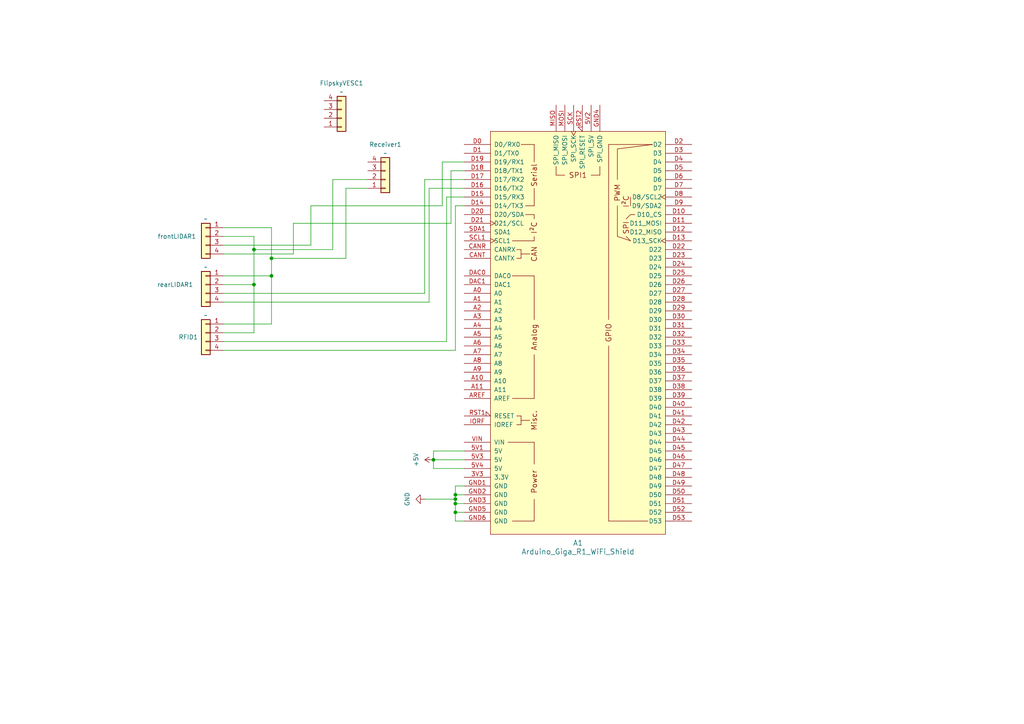
<source format=kicad_sch>
(kicad_sch
	(version 20231120)
	(generator "eeschema")
	(generator_version "8.0")
	(uuid "e1e18356-0eac-4e11-b097-a7a11476b483")
	(paper "A4")
	(lib_symbols
		(symbol "Connector_Generic:Conn_01x04"
			(pin_names
				(offset 1.016) hide)
			(exclude_from_sim no)
			(in_bom yes)
			(on_board yes)
			(property "Reference" "J"
				(at 0 5.08 0)
				(effects
					(font
						(size 1.27 1.27)
					)
				)
			)
			(property "Value" "Conn_01x04"
				(at 0 -7.62 0)
				(effects
					(font
						(size 1.27 1.27)
					)
				)
			)
			(property "Footprint" ""
				(at 0 0 0)
				(effects
					(font
						(size 1.27 1.27)
					)
					(hide yes)
				)
			)
			(property "Datasheet" "~"
				(at 0 0 0)
				(effects
					(font
						(size 1.27 1.27)
					)
					(hide yes)
				)
			)
			(property "Description" "Generic connector, single row, 01x04, script generated (kicad-library-utils/schlib/autogen/connector/)"
				(at 0 0 0)
				(effects
					(font
						(size 1.27 1.27)
					)
					(hide yes)
				)
			)
			(property "ki_keywords" "connector"
				(at 0 0 0)
				(effects
					(font
						(size 1.27 1.27)
					)
					(hide yes)
				)
			)
			(property "ki_fp_filters" "Connector*:*_1x??_*"
				(at 0 0 0)
				(effects
					(font
						(size 1.27 1.27)
					)
					(hide yes)
				)
			)
			(symbol "Conn_01x04_1_1"
				(rectangle
					(start -1.27 -4.953)
					(end 0 -5.207)
					(stroke
						(width 0.1524)
						(type default)
					)
					(fill
						(type none)
					)
				)
				(rectangle
					(start -1.27 -2.413)
					(end 0 -2.667)
					(stroke
						(width 0.1524)
						(type default)
					)
					(fill
						(type none)
					)
				)
				(rectangle
					(start -1.27 0.127)
					(end 0 -0.127)
					(stroke
						(width 0.1524)
						(type default)
					)
					(fill
						(type none)
					)
				)
				(rectangle
					(start -1.27 2.667)
					(end 0 2.413)
					(stroke
						(width 0.1524)
						(type default)
					)
					(fill
						(type none)
					)
				)
				(rectangle
					(start -1.27 3.81)
					(end 1.27 -6.35)
					(stroke
						(width 0.254)
						(type default)
					)
					(fill
						(type background)
					)
				)
				(pin passive line
					(at -5.08 2.54 0)
					(length 3.81)
					(name "Pin_1"
						(effects
							(font
								(size 1.27 1.27)
							)
						)
					)
					(number "1"
						(effects
							(font
								(size 1.27 1.27)
							)
						)
					)
				)
				(pin passive line
					(at -5.08 0 0)
					(length 3.81)
					(name "Pin_2"
						(effects
							(font
								(size 1.27 1.27)
							)
						)
					)
					(number "2"
						(effects
							(font
								(size 1.27 1.27)
							)
						)
					)
				)
				(pin passive line
					(at -5.08 -2.54 0)
					(length 3.81)
					(name "Pin_3"
						(effects
							(font
								(size 1.27 1.27)
							)
						)
					)
					(number "3"
						(effects
							(font
								(size 1.27 1.27)
							)
						)
					)
				)
				(pin passive line
					(at -5.08 -5.08 0)
					(length 3.81)
					(name "Pin_4"
						(effects
							(font
								(size 1.27 1.27)
							)
						)
					)
					(number "4"
						(effects
							(font
								(size 1.27 1.27)
							)
						)
					)
				)
			)
		)
		(symbol "arduino-library:Arduino_Giga_R1_WiFi_Shield"
			(pin_names
				(offset 1.016)
			)
			(exclude_from_sim no)
			(in_bom yes)
			(on_board yes)
			(property "Reference" "A"
				(at 0 -62.23 0)
				(effects
					(font
						(size 1.524 1.524)
					)
				)
			)
			(property "Value" "Arduino_Giga_R1_WiFi_Shield"
				(at 0 -66.04 0)
				(effects
					(font
						(size 1.524 1.524)
					)
				)
			)
			(property "Footprint" "PCM_arduino-library:Arduino_Giga_R1_WiFi_Shield"
				(at 0 -73.66 0)
				(effects
					(font
						(size 1.524 1.524)
					)
					(hide yes)
				)
			)
			(property "Datasheet" "https://docs.arduino.cc/hardware/giga-r1-wifi"
				(at 0 -69.85 0)
				(effects
					(font
						(size 1.524 1.524)
					)
					(hide yes)
				)
			)
			(property "Description" "Shield for Arduino Giga R1 WiFi"
				(at 0 0 0)
				(effects
					(font
						(size 1.27 1.27)
					)
					(hide yes)
				)
			)
			(property "ki_keywords" "Arduino MPU Shield"
				(at 0 0 0)
				(effects
					(font
						(size 1.27 1.27)
					)
					(hide yes)
				)
			)
			(property "ki_fp_filters" "Arduino_Giga_R1_WiFi_Shield"
				(at 0 0 0)
				(effects
					(font
						(size 1.27 1.27)
					)
					(hide yes)
				)
			)
			(symbol "Arduino_Giga_R1_WiFi_Shield_0_0"
				(rectangle
					(start -25.4 -58.42)
					(end 25.4 58.42)
					(stroke
						(width 0)
						(type default)
					)
					(fill
						(type background)
					)
				)
				(rectangle
					(start -20.32 -31.75)
					(end -12.7 -31.75)
					(stroke
						(width 0)
						(type default)
					)
					(fill
						(type none)
					)
				)
				(rectangle
					(start -19.05 -54.61)
					(end -12.7 -54.61)
					(stroke
						(width 0)
						(type default)
					)
					(fill
						(type none)
					)
				)
				(rectangle
					(start -19.05 -19.05)
					(end -12.7 -19.05)
					(stroke
						(width 0)
						(type default)
					)
					(fill
						(type none)
					)
				)
				(rectangle
					(start -19.05 16.51)
					(end -12.7 16.51)
					(stroke
						(width 0)
						(type default)
					)
					(fill
						(type none)
					)
				)
				(rectangle
					(start -19.05 26.67)
					(end -12.7 26.67)
					(stroke
						(width 0)
						(type default)
					)
					(fill
						(type none)
					)
				)
				(rectangle
					(start -17.78 -26.67)
					(end -16.51 -26.67)
					(stroke
						(width 0)
						(type default)
					)
					(fill
						(type none)
					)
				)
				(rectangle
					(start -17.78 -24.13)
					(end -16.51 -24.13)
					(stroke
						(width 0)
						(type default)
					)
					(fill
						(type none)
					)
				)
				(rectangle
					(start -17.78 21.59)
					(end -16.51 21.59)
					(stroke
						(width 0)
						(type default)
					)
					(fill
						(type none)
					)
				)
				(rectangle
					(start -17.78 24.13)
					(end -16.51 24.13)
					(stroke
						(width 0)
						(type default)
					)
					(fill
						(type none)
					)
				)
				(rectangle
					(start -16.51 -25.4)
					(end -13.97 -25.4)
					(stroke
						(width 0)
						(type default)
					)
					(fill
						(type none)
					)
				)
				(rectangle
					(start -16.51 -24.13)
					(end -16.51 -26.67)
					(stroke
						(width 0)
						(type default)
					)
					(fill
						(type none)
					)
				)
				(rectangle
					(start -16.51 22.86)
					(end -13.97 22.86)
					(stroke
						(width 0)
						(type default)
					)
					(fill
						(type none)
					)
				)
				(rectangle
					(start -16.51 24.13)
					(end -16.51 21.59)
					(stroke
						(width 0)
						(type default)
					)
					(fill
						(type none)
					)
				)
				(rectangle
					(start -16.51 54.61)
					(end -12.7 54.61)
					(stroke
						(width 0)
						(type default)
					)
					(fill
						(type none)
					)
				)
				(rectangle
					(start -15.24 34.29)
					(end -12.7 34.29)
					(stroke
						(width 0)
						(type default)
					)
					(fill
						(type none)
					)
				)
				(rectangle
					(start -15.24 36.83)
					(end -12.7 36.83)
					(stroke
						(width 0)
						(type default)
					)
					(fill
						(type none)
					)
				)
				(rectangle
					(start -12.7 -54.61)
					(end -12.7 -48.26)
					(stroke
						(width 0)
						(type default)
					)
					(fill
						(type none)
					)
				)
				(rectangle
					(start -12.7 -31.75)
					(end -12.7 -38.1)
					(stroke
						(width 0)
						(type default)
					)
					(fill
						(type none)
					)
				)
				(rectangle
					(start -12.7 -6.35)
					(end -12.7 -19.05)
					(stroke
						(width 0)
						(type default)
					)
					(fill
						(type none)
					)
				)
				(rectangle
					(start -12.7 16.51)
					(end -12.7 3.81)
					(stroke
						(width 0)
						(type default)
					)
					(fill
						(type none)
					)
				)
				(rectangle
					(start -12.7 26.67)
					(end -12.7 27.94)
					(stroke
						(width 0)
						(type default)
					)
					(fill
						(type none)
					)
				)
				(rectangle
					(start -12.7 34.29)
					(end -12.7 33.02)
					(stroke
						(width 0)
						(type default)
					)
					(fill
						(type none)
					)
				)
				(rectangle
					(start -12.7 41.91)
					(end -12.7 36.83)
					(stroke
						(width 0)
						(type default)
					)
					(fill
						(type none)
					)
				)
				(rectangle
					(start -12.7 49.53)
					(end -12.7 54.61)
					(stroke
						(width 0)
						(type default)
					)
					(fill
						(type none)
					)
				)
				(rectangle
					(start -6.35 45.72)
					(end -3.81 45.72)
					(stroke
						(width 0)
						(type default)
					)
					(fill
						(type none)
					)
				)
				(rectangle
					(start -6.35 48.26)
					(end -6.35 45.72)
					(stroke
						(width 0)
						(type default)
					)
					(fill
						(type none)
					)
				)
				(polyline
					(pts
						(xy 8.89 -54.61) (xy 20.32 -54.61)
					)
					(stroke
						(width 0)
						(type default)
					)
					(fill
						(type none)
					)
				)
				(polyline
					(pts
						(xy 15.24 26.67) (xy 13.97 27.94)
					)
					(stroke
						(width 0)
						(type default)
					)
					(fill
						(type none)
					)
				)
				(polyline
					(pts
						(xy 15.24 39.37) (xy 15.24 36.83)
					)
					(stroke
						(width 0)
						(type default)
					)
					(fill
						(type none)
					)
				)
				(polyline
					(pts
						(xy 21.59 54.61) (xy 8.89 54.61)
					)
					(stroke
						(width 0)
						(type default)
					)
					(fill
						(type none)
					)
				)
				(polyline
					(pts
						(xy 11.43 44.45) (xy 11.43 53.34) (xy 21.59 54.61)
					)
					(stroke
						(width 0)
						(type default)
					)
					(fill
						(type none)
					)
				)
				(polyline
					(pts
						(xy 13.97 33.02) (xy 15.24 34.29) (xy 16.51 34.29)
					)
					(stroke
						(width 0)
						(type default)
					)
					(fill
						(type none)
					)
				)
				(polyline
					(pts
						(xy 15.24 26.67) (xy 11.43 27.94) (xy 11.43 36.83)
					)
					(stroke
						(width 0)
						(type default)
					)
					(fill
						(type none)
					)
				)
				(rectangle
					(start 3.81 45.72)
					(end 6.35 45.72)
					(stroke
						(width 0)
						(type default)
					)
					(fill
						(type none)
					)
				)
				(rectangle
					(start 6.35 48.26)
					(end 6.35 45.72)
					(stroke
						(width 0)
						(type default)
					)
					(fill
						(type none)
					)
				)
				(text "Analog"
					(at -12.7 -1.27 900)
					(effects
						(font
							(size 1.524 1.524)
						)
					)
				)
				(text "CAN"
					(at -12.7 22.86 900)
					(effects
						(font
							(size 1.524 1.524)
						)
					)
				)
				(text "I²C"
					(at -12.7 30.48 900)
					(effects
						(font
							(size 1.524 1.524)
						)
					)
				)
				(text "I²C"
					(at 13.97 38.1 900)
					(effects
						(font
							(size 1.524 1.524)
						)
					)
				)
				(text "Misc."
					(at -12.7 -25.4 900)
					(effects
						(font
							(size 1.524 1.524)
						)
					)
				)
				(text "Power"
					(at -12.7 -43.18 900)
					(effects
						(font
							(size 1.524 1.524)
						)
					)
				)
				(text "PWM"
					(at 11.43 40.64 900)
					(effects
						(font
							(size 1.524 1.524)
						)
					)
				)
				(text "Serial"
					(at -12.7 45.72 900)
					(effects
						(font
							(size 1.524 1.524)
						)
					)
				)
				(text "SPI"
					(at 13.97 30.48 900)
					(effects
						(font
							(size 1.524 1.524)
						)
					)
				)
				(text "SPI1"
					(at 0 45.72 0)
					(effects
						(font
							(size 1.524 1.524)
						)
					)
				)
			)
			(symbol "Arduino_Giga_R1_WiFi_Shield_1_0"
				(rectangle
					(start 8.89 -3.81)
					(end 8.89 -54.61)
					(stroke
						(width 0)
						(type default)
					)
					(fill
						(type none)
					)
				)
				(rectangle
					(start 8.89 54.61)
					(end 8.89 3.81)
					(stroke
						(width 0)
						(type default)
					)
					(fill
						(type none)
					)
				)
				(text "GPIO"
					(at 8.89 0 900)
					(effects
						(font
							(size 1.524 1.524)
						)
					)
				)
			)
			(symbol "Arduino_Giga_R1_WiFi_Shield_1_1"
				(pin power_out line
					(at -33.02 -41.91 0)
					(length 7.62)
					(name "3.3V"
						(effects
							(font
								(size 1.27 1.27)
							)
						)
					)
					(number "3V3"
						(effects
							(font
								(size 1.27 1.27)
							)
						)
					)
				)
				(pin power_in line
					(at -33.02 -34.29 0)
					(length 7.62)
					(name "5V"
						(effects
							(font
								(size 1.27 1.27)
							)
						)
					)
					(number "5V1"
						(effects
							(font
								(size 1.27 1.27)
							)
						)
					)
				)
				(pin power_in line
					(at 3.81 66.04 270)
					(length 7.62)
					(name "SPI_5V"
						(effects
							(font
								(size 1.27 1.27)
							)
						)
					)
					(number "5V2"
						(effects
							(font
								(size 1.27 1.27)
							)
						)
					)
				)
				(pin power_in line
					(at -33.02 -36.83 0)
					(length 7.62)
					(name "5V"
						(effects
							(font
								(size 1.27 1.27)
							)
						)
					)
					(number "5V3"
						(effects
							(font
								(size 1.27 1.27)
							)
						)
					)
				)
				(pin power_in line
					(at -33.02 -39.37 0)
					(length 7.62)
					(name "5V"
						(effects
							(font
								(size 1.27 1.27)
							)
						)
					)
					(number "5V4"
						(effects
							(font
								(size 1.27 1.27)
							)
						)
					)
				)
				(pin bidirectional line
					(at -33.02 11.43 0)
					(length 7.62)
					(name "A0"
						(effects
							(font
								(size 1.27 1.27)
							)
						)
					)
					(number "A0"
						(effects
							(font
								(size 1.27 1.27)
							)
						)
					)
				)
				(pin bidirectional line
					(at -33.02 8.89 0)
					(length 7.62)
					(name "A1"
						(effects
							(font
								(size 1.27 1.27)
							)
						)
					)
					(number "A1"
						(effects
							(font
								(size 1.27 1.27)
							)
						)
					)
				)
				(pin input line
					(at -33.02 -13.97 0)
					(length 7.62)
					(name "A10"
						(effects
							(font
								(size 1.27 1.27)
							)
						)
					)
					(number "A10"
						(effects
							(font
								(size 1.27 1.27)
							)
						)
					)
				)
				(pin input line
					(at -33.02 -16.51 0)
					(length 7.62)
					(name "A11"
						(effects
							(font
								(size 1.27 1.27)
							)
						)
					)
					(number "A11"
						(effects
							(font
								(size 1.27 1.27)
							)
						)
					)
				)
				(pin bidirectional line
					(at -33.02 6.35 0)
					(length 7.62)
					(name "A2"
						(effects
							(font
								(size 1.27 1.27)
							)
						)
					)
					(number "A2"
						(effects
							(font
								(size 1.27 1.27)
							)
						)
					)
				)
				(pin bidirectional line
					(at -33.02 3.81 0)
					(length 7.62)
					(name "A3"
						(effects
							(font
								(size 1.27 1.27)
							)
						)
					)
					(number "A3"
						(effects
							(font
								(size 1.27 1.27)
							)
						)
					)
				)
				(pin bidirectional line
					(at -33.02 1.27 0)
					(length 7.62)
					(name "A4"
						(effects
							(font
								(size 1.27 1.27)
							)
						)
					)
					(number "A4"
						(effects
							(font
								(size 1.27 1.27)
							)
						)
					)
				)
				(pin bidirectional line
					(at -33.02 -1.27 0)
					(length 7.62)
					(name "A5"
						(effects
							(font
								(size 1.27 1.27)
							)
						)
					)
					(number "A5"
						(effects
							(font
								(size 1.27 1.27)
							)
						)
					)
				)
				(pin bidirectional line
					(at -33.02 -3.81 0)
					(length 7.62)
					(name "A6"
						(effects
							(font
								(size 1.27 1.27)
							)
						)
					)
					(number "A6"
						(effects
							(font
								(size 1.27 1.27)
							)
						)
					)
				)
				(pin bidirectional line
					(at -33.02 -6.35 0)
					(length 7.62)
					(name "A7"
						(effects
							(font
								(size 1.27 1.27)
							)
						)
					)
					(number "A7"
						(effects
							(font
								(size 1.27 1.27)
							)
						)
					)
				)
				(pin input line
					(at -33.02 -8.89 0)
					(length 7.62)
					(name "A8"
						(effects
							(font
								(size 1.27 1.27)
							)
						)
					)
					(number "A8"
						(effects
							(font
								(size 1.27 1.27)
							)
						)
					)
				)
				(pin input line
					(at -33.02 -11.43 0)
					(length 7.62)
					(name "A9"
						(effects
							(font
								(size 1.27 1.27)
							)
						)
					)
					(number "A9"
						(effects
							(font
								(size 1.27 1.27)
							)
						)
					)
				)
				(pin input line
					(at -33.02 -19.05 0)
					(length 7.62)
					(name "AREF"
						(effects
							(font
								(size 1.27 1.27)
							)
						)
					)
					(number "AREF"
						(effects
							(font
								(size 1.27 1.27)
							)
						)
					)
				)
				(pin bidirectional line
					(at -33.02 24.13 0)
					(length 7.62)
					(name "CANRX"
						(effects
							(font
								(size 1.27 1.27)
							)
						)
					)
					(number "CANR"
						(effects
							(font
								(size 1.27 1.27)
							)
						)
					)
				)
				(pin bidirectional line
					(at -33.02 21.59 0)
					(length 7.62)
					(name "CANTX"
						(effects
							(font
								(size 1.27 1.27)
							)
						)
					)
					(number "CANT"
						(effects
							(font
								(size 1.27 1.27)
							)
						)
					)
				)
				(pin bidirectional line
					(at -33.02 54.61 0)
					(length 7.62)
					(name "D0/RX0"
						(effects
							(font
								(size 1.27 1.27)
							)
						)
					)
					(number "D0"
						(effects
							(font
								(size 1.27 1.27)
							)
						)
					)
				)
				(pin bidirectional line
					(at -33.02 52.07 0)
					(length 7.62)
					(name "D1/TX0"
						(effects
							(font
								(size 1.27 1.27)
							)
						)
					)
					(number "D1"
						(effects
							(font
								(size 1.27 1.27)
							)
						)
					)
				)
				(pin bidirectional line
					(at 33.02 34.29 180)
					(length 7.62)
					(name "D10_CS"
						(effects
							(font
								(size 1.27 1.27)
							)
						)
					)
					(number "D10"
						(effects
							(font
								(size 1.27 1.27)
							)
						)
					)
				)
				(pin bidirectional line
					(at 33.02 31.75 180)
					(length 7.62)
					(name "D11_MOSI"
						(effects
							(font
								(size 1.27 1.27)
							)
						)
					)
					(number "D11"
						(effects
							(font
								(size 1.27 1.27)
							)
						)
					)
				)
				(pin bidirectional line
					(at 33.02 29.21 180)
					(length 7.62)
					(name "D12_MISO"
						(effects
							(font
								(size 1.27 1.27)
							)
						)
					)
					(number "D12"
						(effects
							(font
								(size 1.27 1.27)
							)
						)
					)
				)
				(pin bidirectional clock
					(at 33.02 26.67 180)
					(length 7.62)
					(name "D13_SCK"
						(effects
							(font
								(size 1.27 1.27)
							)
						)
					)
					(number "D13"
						(effects
							(font
								(size 1.27 1.27)
							)
						)
					)
				)
				(pin bidirectional line
					(at -33.02 36.83 0)
					(length 7.62)
					(name "D14/TX3"
						(effects
							(font
								(size 1.27 1.27)
							)
						)
					)
					(number "D14"
						(effects
							(font
								(size 1.27 1.27)
							)
						)
					)
				)
				(pin bidirectional line
					(at -33.02 39.37 0)
					(length 7.62)
					(name "D15/RX3"
						(effects
							(font
								(size 1.27 1.27)
							)
						)
					)
					(number "D15"
						(effects
							(font
								(size 1.27 1.27)
							)
						)
					)
				)
				(pin bidirectional line
					(at -33.02 41.91 0)
					(length 7.62)
					(name "D16/TX2"
						(effects
							(font
								(size 1.27 1.27)
							)
						)
					)
					(number "D16"
						(effects
							(font
								(size 1.27 1.27)
							)
						)
					)
				)
				(pin bidirectional line
					(at -33.02 44.45 0)
					(length 7.62)
					(name "D17/RX2"
						(effects
							(font
								(size 1.27 1.27)
							)
						)
					)
					(number "D17"
						(effects
							(font
								(size 1.27 1.27)
							)
						)
					)
				)
				(pin bidirectional line
					(at -33.02 46.99 0)
					(length 7.62)
					(name "D18/TX1"
						(effects
							(font
								(size 1.27 1.27)
							)
						)
					)
					(number "D18"
						(effects
							(font
								(size 1.27 1.27)
							)
						)
					)
				)
				(pin bidirectional line
					(at -33.02 49.53 0)
					(length 7.62)
					(name "D19/RX1"
						(effects
							(font
								(size 1.27 1.27)
							)
						)
					)
					(number "D19"
						(effects
							(font
								(size 1.27 1.27)
							)
						)
					)
				)
				(pin bidirectional line
					(at 33.02 54.61 180)
					(length 7.62)
					(name "D2"
						(effects
							(font
								(size 1.27 1.27)
							)
						)
					)
					(number "D2"
						(effects
							(font
								(size 1.27 1.27)
							)
						)
					)
				)
				(pin bidirectional line
					(at -33.02 34.29 0)
					(length 7.62)
					(name "D20/SDA"
						(effects
							(font
								(size 1.27 1.27)
							)
						)
					)
					(number "D20"
						(effects
							(font
								(size 1.27 1.27)
							)
						)
					)
				)
				(pin bidirectional clock
					(at -33.02 31.75 0)
					(length 7.62)
					(name "D21/SCL"
						(effects
							(font
								(size 1.27 1.27)
							)
						)
					)
					(number "D21"
						(effects
							(font
								(size 1.27 1.27)
							)
						)
					)
				)
				(pin bidirectional line
					(at 33.02 24.13 180)
					(length 7.62)
					(name "D22"
						(effects
							(font
								(size 1.27 1.27)
							)
						)
					)
					(number "D22"
						(effects
							(font
								(size 1.27 1.27)
							)
						)
					)
				)
				(pin bidirectional line
					(at 33.02 21.59 180)
					(length 7.62)
					(name "D23"
						(effects
							(font
								(size 1.27 1.27)
							)
						)
					)
					(number "D23"
						(effects
							(font
								(size 1.27 1.27)
							)
						)
					)
				)
				(pin bidirectional line
					(at 33.02 19.05 180)
					(length 7.62)
					(name "D24"
						(effects
							(font
								(size 1.27 1.27)
							)
						)
					)
					(number "D24"
						(effects
							(font
								(size 1.27 1.27)
							)
						)
					)
				)
				(pin bidirectional line
					(at 33.02 16.51 180)
					(length 7.62)
					(name "D25"
						(effects
							(font
								(size 1.27 1.27)
							)
						)
					)
					(number "D25"
						(effects
							(font
								(size 1.27 1.27)
							)
						)
					)
				)
				(pin bidirectional line
					(at 33.02 13.97 180)
					(length 7.62)
					(name "D26"
						(effects
							(font
								(size 1.27 1.27)
							)
						)
					)
					(number "D26"
						(effects
							(font
								(size 1.27 1.27)
							)
						)
					)
				)
				(pin bidirectional line
					(at 33.02 11.43 180)
					(length 7.62)
					(name "D27"
						(effects
							(font
								(size 1.27 1.27)
							)
						)
					)
					(number "D27"
						(effects
							(font
								(size 1.27 1.27)
							)
						)
					)
				)
				(pin bidirectional line
					(at 33.02 8.89 180)
					(length 7.62)
					(name "D28"
						(effects
							(font
								(size 1.27 1.27)
							)
						)
					)
					(number "D28"
						(effects
							(font
								(size 1.27 1.27)
							)
						)
					)
				)
				(pin bidirectional line
					(at 33.02 6.35 180)
					(length 7.62)
					(name "D29"
						(effects
							(font
								(size 1.27 1.27)
							)
						)
					)
					(number "D29"
						(effects
							(font
								(size 1.27 1.27)
							)
						)
					)
				)
				(pin bidirectional line
					(at 33.02 52.07 180)
					(length 7.62)
					(name "D3"
						(effects
							(font
								(size 1.27 1.27)
							)
						)
					)
					(number "D3"
						(effects
							(font
								(size 1.27 1.27)
							)
						)
					)
				)
				(pin bidirectional line
					(at 33.02 3.81 180)
					(length 7.62)
					(name "D30"
						(effects
							(font
								(size 1.27 1.27)
							)
						)
					)
					(number "D30"
						(effects
							(font
								(size 1.27 1.27)
							)
						)
					)
				)
				(pin bidirectional line
					(at 33.02 1.27 180)
					(length 7.62)
					(name "D31"
						(effects
							(font
								(size 1.27 1.27)
							)
						)
					)
					(number "D31"
						(effects
							(font
								(size 1.27 1.27)
							)
						)
					)
				)
				(pin bidirectional line
					(at 33.02 -1.27 180)
					(length 7.62)
					(name "D32"
						(effects
							(font
								(size 1.27 1.27)
							)
						)
					)
					(number "D32"
						(effects
							(font
								(size 1.27 1.27)
							)
						)
					)
				)
				(pin bidirectional line
					(at 33.02 -3.81 180)
					(length 7.62)
					(name "D33"
						(effects
							(font
								(size 1.27 1.27)
							)
						)
					)
					(number "D33"
						(effects
							(font
								(size 1.27 1.27)
							)
						)
					)
				)
				(pin bidirectional line
					(at 33.02 -6.35 180)
					(length 7.62)
					(name "D34"
						(effects
							(font
								(size 1.27 1.27)
							)
						)
					)
					(number "D34"
						(effects
							(font
								(size 1.27 1.27)
							)
						)
					)
				)
				(pin bidirectional line
					(at 33.02 -8.89 180)
					(length 7.62)
					(name "D35"
						(effects
							(font
								(size 1.27 1.27)
							)
						)
					)
					(number "D35"
						(effects
							(font
								(size 1.27 1.27)
							)
						)
					)
				)
				(pin bidirectional line
					(at 33.02 -11.43 180)
					(length 7.62)
					(name "D36"
						(effects
							(font
								(size 1.27 1.27)
							)
						)
					)
					(number "D36"
						(effects
							(font
								(size 1.27 1.27)
							)
						)
					)
				)
				(pin bidirectional line
					(at 33.02 -13.97 180)
					(length 7.62)
					(name "D37"
						(effects
							(font
								(size 1.27 1.27)
							)
						)
					)
					(number "D37"
						(effects
							(font
								(size 1.27 1.27)
							)
						)
					)
				)
				(pin bidirectional line
					(at 33.02 -16.51 180)
					(length 7.62)
					(name "D38"
						(effects
							(font
								(size 1.27 1.27)
							)
						)
					)
					(number "D38"
						(effects
							(font
								(size 1.27 1.27)
							)
						)
					)
				)
				(pin bidirectional line
					(at 33.02 -19.05 180)
					(length 7.62)
					(name "D39"
						(effects
							(font
								(size 1.27 1.27)
							)
						)
					)
					(number "D39"
						(effects
							(font
								(size 1.27 1.27)
							)
						)
					)
				)
				(pin bidirectional line
					(at 33.02 49.53 180)
					(length 7.62)
					(name "D4"
						(effects
							(font
								(size 1.27 1.27)
							)
						)
					)
					(number "D4"
						(effects
							(font
								(size 1.27 1.27)
							)
						)
					)
				)
				(pin bidirectional line
					(at 33.02 -21.59 180)
					(length 7.62)
					(name "D40"
						(effects
							(font
								(size 1.27 1.27)
							)
						)
					)
					(number "D40"
						(effects
							(font
								(size 1.27 1.27)
							)
						)
					)
				)
				(pin bidirectional line
					(at 33.02 -24.13 180)
					(length 7.62)
					(name "D41"
						(effects
							(font
								(size 1.27 1.27)
							)
						)
					)
					(number "D41"
						(effects
							(font
								(size 1.27 1.27)
							)
						)
					)
				)
				(pin bidirectional line
					(at 33.02 -26.67 180)
					(length 7.62)
					(name "D42"
						(effects
							(font
								(size 1.27 1.27)
							)
						)
					)
					(number "D42"
						(effects
							(font
								(size 1.27 1.27)
							)
						)
					)
				)
				(pin bidirectional line
					(at 33.02 -29.21 180)
					(length 7.62)
					(name "D43"
						(effects
							(font
								(size 1.27 1.27)
							)
						)
					)
					(number "D43"
						(effects
							(font
								(size 1.27 1.27)
							)
						)
					)
				)
				(pin bidirectional line
					(at 33.02 -31.75 180)
					(length 7.62)
					(name "D44"
						(effects
							(font
								(size 1.27 1.27)
							)
						)
					)
					(number "D44"
						(effects
							(font
								(size 1.27 1.27)
							)
						)
					)
				)
				(pin bidirectional line
					(at 33.02 -34.29 180)
					(length 7.62)
					(name "D45"
						(effects
							(font
								(size 1.27 1.27)
							)
						)
					)
					(number "D45"
						(effects
							(font
								(size 1.27 1.27)
							)
						)
					)
				)
				(pin bidirectional line
					(at 33.02 -36.83 180)
					(length 7.62)
					(name "D46"
						(effects
							(font
								(size 1.27 1.27)
							)
						)
					)
					(number "D46"
						(effects
							(font
								(size 1.27 1.27)
							)
						)
					)
				)
				(pin bidirectional line
					(at 33.02 -39.37 180)
					(length 7.62)
					(name "D47"
						(effects
							(font
								(size 1.27 1.27)
							)
						)
					)
					(number "D47"
						(effects
							(font
								(size 1.27 1.27)
							)
						)
					)
				)
				(pin bidirectional line
					(at 33.02 -41.91 180)
					(length 7.62)
					(name "D48"
						(effects
							(font
								(size 1.27 1.27)
							)
						)
					)
					(number "D48"
						(effects
							(font
								(size 1.27 1.27)
							)
						)
					)
				)
				(pin bidirectional line
					(at 33.02 -44.45 180)
					(length 7.62)
					(name "D49"
						(effects
							(font
								(size 1.27 1.27)
							)
						)
					)
					(number "D49"
						(effects
							(font
								(size 1.27 1.27)
							)
						)
					)
				)
				(pin bidirectional line
					(at 33.02 46.99 180)
					(length 7.62)
					(name "D5"
						(effects
							(font
								(size 1.27 1.27)
							)
						)
					)
					(number "D5"
						(effects
							(font
								(size 1.27 1.27)
							)
						)
					)
				)
				(pin bidirectional line
					(at 33.02 -46.99 180)
					(length 7.62)
					(name "D50"
						(effects
							(font
								(size 1.27 1.27)
							)
						)
					)
					(number "D50"
						(effects
							(font
								(size 1.27 1.27)
							)
						)
					)
				)
				(pin bidirectional line
					(at 33.02 -49.53 180)
					(length 7.62)
					(name "D51"
						(effects
							(font
								(size 1.27 1.27)
							)
						)
					)
					(number "D51"
						(effects
							(font
								(size 1.27 1.27)
							)
						)
					)
				)
				(pin bidirectional line
					(at 33.02 -52.07 180)
					(length 7.62)
					(name "D52"
						(effects
							(font
								(size 1.27 1.27)
							)
						)
					)
					(number "D52"
						(effects
							(font
								(size 1.27 1.27)
							)
						)
					)
				)
				(pin bidirectional line
					(at 33.02 -54.61 180)
					(length 7.62)
					(name "D53"
						(effects
							(font
								(size 1.27 1.27)
							)
						)
					)
					(number "D53"
						(effects
							(font
								(size 1.27 1.27)
							)
						)
					)
				)
				(pin bidirectional line
					(at 33.02 44.45 180)
					(length 7.62)
					(name "D6"
						(effects
							(font
								(size 1.27 1.27)
							)
						)
					)
					(number "D6"
						(effects
							(font
								(size 1.27 1.27)
							)
						)
					)
				)
				(pin bidirectional line
					(at 33.02 41.91 180)
					(length 7.62)
					(name "D7"
						(effects
							(font
								(size 1.27 1.27)
							)
						)
					)
					(number "D7"
						(effects
							(font
								(size 1.27 1.27)
							)
						)
					)
				)
				(pin bidirectional clock
					(at 33.02 39.37 180)
					(length 7.62)
					(name "D8/SCL2"
						(effects
							(font
								(size 1.27 1.27)
							)
						)
					)
					(number "D8"
						(effects
							(font
								(size 1.27 1.27)
							)
						)
					)
				)
				(pin bidirectional line
					(at 33.02 36.83 180)
					(length 7.62)
					(name "D9/SDA2"
						(effects
							(font
								(size 1.27 1.27)
							)
						)
					)
					(number "D9"
						(effects
							(font
								(size 1.27 1.27)
							)
						)
					)
				)
				(pin bidirectional line
					(at -33.02 16.51 0)
					(length 7.62)
					(name "DAC0"
						(effects
							(font
								(size 1.27 1.27)
							)
						)
					)
					(number "DAC0"
						(effects
							(font
								(size 1.27 1.27)
							)
						)
					)
				)
				(pin bidirectional line
					(at -33.02 13.97 0)
					(length 7.62)
					(name "DAC1"
						(effects
							(font
								(size 1.27 1.27)
							)
						)
					)
					(number "DAC1"
						(effects
							(font
								(size 1.27 1.27)
							)
						)
					)
				)
				(pin power_in line
					(at -33.02 -44.45 0)
					(length 7.62)
					(name "GND"
						(effects
							(font
								(size 1.27 1.27)
							)
						)
					)
					(number "GND1"
						(effects
							(font
								(size 1.27 1.27)
							)
						)
					)
				)
				(pin power_in line
					(at -33.02 -46.99 0)
					(length 7.62)
					(name "GND"
						(effects
							(font
								(size 1.27 1.27)
							)
						)
					)
					(number "GND2"
						(effects
							(font
								(size 1.27 1.27)
							)
						)
					)
				)
				(pin power_in line
					(at -33.02 -49.53 0)
					(length 7.62)
					(name "GND"
						(effects
							(font
								(size 1.27 1.27)
							)
						)
					)
					(number "GND3"
						(effects
							(font
								(size 1.27 1.27)
							)
						)
					)
				)
				(pin power_in line
					(at 6.35 66.04 270)
					(length 7.62)
					(name "SPI_GND"
						(effects
							(font
								(size 1.27 1.27)
							)
						)
					)
					(number "GND4"
						(effects
							(font
								(size 1.27 1.27)
							)
						)
					)
				)
				(pin power_in line
					(at -33.02 -52.07 0)
					(length 7.62)
					(name "GND"
						(effects
							(font
								(size 1.27 1.27)
							)
						)
					)
					(number "GND5"
						(effects
							(font
								(size 1.27 1.27)
							)
						)
					)
				)
				(pin power_in line
					(at -33.02 -54.61 0)
					(length 7.62)
					(name "GND"
						(effects
							(font
								(size 1.27 1.27)
							)
						)
					)
					(number "GND6"
						(effects
							(font
								(size 1.27 1.27)
							)
						)
					)
				)
				(pin output line
					(at -33.02 -26.67 0)
					(length 7.62)
					(name "IOREF"
						(effects
							(font
								(size 1.27 1.27)
							)
						)
					)
					(number "IORF"
						(effects
							(font
								(size 1.27 1.27)
							)
						)
					)
				)
				(pin input line
					(at -6.35 66.04 270)
					(length 7.62)
					(name "SPI_MISO"
						(effects
							(font
								(size 1.27 1.27)
							)
						)
					)
					(number "MISO"
						(effects
							(font
								(size 1.27 1.27)
							)
						)
					)
				)
				(pin output line
					(at -3.81 66.04 270)
					(length 7.62)
					(name "SPI_MOSI"
						(effects
							(font
								(size 1.27 1.27)
							)
						)
					)
					(number "MOSI"
						(effects
							(font
								(size 1.27 1.27)
							)
						)
					)
				)
				(pin open_collector input_low
					(at -33.02 -24.13 0)
					(length 7.62)
					(name "RESET"
						(effects
							(font
								(size 1.27 1.27)
							)
						)
					)
					(number "RST1"
						(effects
							(font
								(size 1.27 1.27)
							)
						)
					)
				)
				(pin open_collector input_low
					(at 1.27 66.04 270)
					(length 7.62)
					(name "SPI_RESET"
						(effects
							(font
								(size 1.27 1.27)
							)
						)
					)
					(number "RST2"
						(effects
							(font
								(size 1.27 1.27)
							)
						)
					)
				)
				(pin output clock
					(at -1.27 66.04 270)
					(length 7.62)
					(name "SPI_SCK"
						(effects
							(font
								(size 1.27 1.27)
							)
						)
					)
					(number "SCK"
						(effects
							(font
								(size 1.27 1.27)
							)
						)
					)
				)
				(pin bidirectional clock
					(at -33.02 26.67 0)
					(length 7.62)
					(name "SCL1"
						(effects
							(font
								(size 1.27 1.27)
							)
						)
					)
					(number "SCL1"
						(effects
							(font
								(size 1.27 1.27)
							)
						)
					)
				)
				(pin bidirectional line
					(at -33.02 29.21 0)
					(length 7.62)
					(name "SDA1"
						(effects
							(font
								(size 1.27 1.27)
							)
						)
					)
					(number "SDA1"
						(effects
							(font
								(size 1.27 1.27)
							)
						)
					)
				)
				(pin power_in line
					(at -33.02 -31.75 0)
					(length 7.62)
					(name "VIN"
						(effects
							(font
								(size 1.27 1.27)
							)
						)
					)
					(number "VIN"
						(effects
							(font
								(size 1.27 1.27)
							)
						)
					)
				)
			)
		)
		(symbol "power:+5V"
			(power)
			(pin_numbers hide)
			(pin_names
				(offset 0) hide)
			(exclude_from_sim no)
			(in_bom yes)
			(on_board yes)
			(property "Reference" "#PWR"
				(at 0 -3.81 0)
				(effects
					(font
						(size 1.27 1.27)
					)
					(hide yes)
				)
			)
			(property "Value" "+5V"
				(at 0 3.556 0)
				(effects
					(font
						(size 1.27 1.27)
					)
				)
			)
			(property "Footprint" ""
				(at 0 0 0)
				(effects
					(font
						(size 1.27 1.27)
					)
					(hide yes)
				)
			)
			(property "Datasheet" ""
				(at 0 0 0)
				(effects
					(font
						(size 1.27 1.27)
					)
					(hide yes)
				)
			)
			(property "Description" "Power symbol creates a global label with name \"+5V\""
				(at 0 0 0)
				(effects
					(font
						(size 1.27 1.27)
					)
					(hide yes)
				)
			)
			(property "ki_keywords" "global power"
				(at 0 0 0)
				(effects
					(font
						(size 1.27 1.27)
					)
					(hide yes)
				)
			)
			(symbol "+5V_0_1"
				(polyline
					(pts
						(xy -0.762 1.27) (xy 0 2.54)
					)
					(stroke
						(width 0)
						(type default)
					)
					(fill
						(type none)
					)
				)
				(polyline
					(pts
						(xy 0 0) (xy 0 2.54)
					)
					(stroke
						(width 0)
						(type default)
					)
					(fill
						(type none)
					)
				)
				(polyline
					(pts
						(xy 0 2.54) (xy 0.762 1.27)
					)
					(stroke
						(width 0)
						(type default)
					)
					(fill
						(type none)
					)
				)
			)
			(symbol "+5V_1_1"
				(pin power_in line
					(at 0 0 90)
					(length 0)
					(name "~"
						(effects
							(font
								(size 1.27 1.27)
							)
						)
					)
					(number "1"
						(effects
							(font
								(size 1.27 1.27)
							)
						)
					)
				)
			)
		)
		(symbol "power:GND"
			(power)
			(pin_numbers hide)
			(pin_names
				(offset 0) hide)
			(exclude_from_sim no)
			(in_bom yes)
			(on_board yes)
			(property "Reference" "#PWR"
				(at 0 -6.35 0)
				(effects
					(font
						(size 1.27 1.27)
					)
					(hide yes)
				)
			)
			(property "Value" "GND"
				(at 0 -3.81 0)
				(effects
					(font
						(size 1.27 1.27)
					)
				)
			)
			(property "Footprint" ""
				(at 0 0 0)
				(effects
					(font
						(size 1.27 1.27)
					)
					(hide yes)
				)
			)
			(property "Datasheet" ""
				(at 0 0 0)
				(effects
					(font
						(size 1.27 1.27)
					)
					(hide yes)
				)
			)
			(property "Description" "Power symbol creates a global label with name \"GND\" , ground"
				(at 0 0 0)
				(effects
					(font
						(size 1.27 1.27)
					)
					(hide yes)
				)
			)
			(property "ki_keywords" "global power"
				(at 0 0 0)
				(effects
					(font
						(size 1.27 1.27)
					)
					(hide yes)
				)
			)
			(symbol "GND_0_1"
				(polyline
					(pts
						(xy 0 0) (xy 0 -1.27) (xy 1.27 -1.27) (xy 0 -2.54) (xy -1.27 -1.27) (xy 0 -1.27)
					)
					(stroke
						(width 0)
						(type default)
					)
					(fill
						(type none)
					)
				)
			)
			(symbol "GND_1_1"
				(pin power_in line
					(at 0 0 270)
					(length 0)
					(name "~"
						(effects
							(font
								(size 1.27 1.27)
							)
						)
					)
					(number "1"
						(effects
							(font
								(size 1.27 1.27)
							)
						)
					)
				)
			)
		)
	)
	(junction
		(at 132.08 144.78)
		(diameter 0)
		(color 0 0 0 0)
		(uuid "15b950e3-4ff9-45d9-be29-5ace7e583ab5")
	)
	(junction
		(at 78.74 74.93)
		(diameter 0)
		(color 0 0 0 0)
		(uuid "41613d86-88bd-416d-a388-342a4abb27d0")
	)
	(junction
		(at 132.08 148.59)
		(diameter 0)
		(color 0 0 0 0)
		(uuid "7467c36a-b5da-4ffb-9466-b65b154d82ce")
	)
	(junction
		(at 132.08 146.05)
		(diameter 0)
		(color 0 0 0 0)
		(uuid "82398349-a6b1-4b2e-a3c0-b31859c73e75")
	)
	(junction
		(at 132.08 143.51)
		(diameter 0)
		(color 0 0 0 0)
		(uuid "8a319044-4acf-4f37-ba69-eeed125ff94d")
	)
	(junction
		(at 78.74 80.01)
		(diameter 0)
		(color 0 0 0 0)
		(uuid "984a1ca2-8445-4b2b-897a-eb8dc34687dc")
	)
	(junction
		(at 73.66 72.39)
		(diameter 0)
		(color 0 0 0 0)
		(uuid "a756ea7f-3b1a-48dd-aac3-8683b8bc33ac")
	)
	(junction
		(at 73.66 82.55)
		(diameter 0)
		(color 0 0 0 0)
		(uuid "d6ff3dbe-3f93-4518-a6a6-5cde81ca2eeb")
	)
	(junction
		(at 125.73 133.35)
		(diameter 0)
		(color 0 0 0 0)
		(uuid "ff631bb2-e99d-425d-8344-f3b1cadf3f0b")
	)
	(wire
		(pts
			(xy 64.77 93.98) (xy 78.74 93.98)
		)
		(stroke
			(width 0)
			(type default)
		)
		(uuid "01eeb70a-9d11-44cb-884d-7548a14667ab")
	)
	(wire
		(pts
			(xy 78.74 66.04) (xy 78.74 74.93)
		)
		(stroke
			(width 0)
			(type default)
		)
		(uuid "02b98b6a-b42c-41f8-a2ae-11f3f219aa06")
	)
	(wire
		(pts
			(xy 132.08 151.13) (xy 132.08 148.59)
		)
		(stroke
			(width 0)
			(type default)
		)
		(uuid "089ed349-a6a1-49cd-863e-5613a306dd2c")
	)
	(wire
		(pts
			(xy 123.19 144.78) (xy 132.08 144.78)
		)
		(stroke
			(width 0)
			(type default)
		)
		(uuid "11bf6d97-d47e-4c8b-8221-3633fe6c4490")
	)
	(wire
		(pts
			(xy 96.52 52.07) (xy 96.52 72.39)
		)
		(stroke
			(width 0)
			(type default)
		)
		(uuid "269d12d8-7458-48e4-8efd-0e039a791954")
	)
	(wire
		(pts
			(xy 128.27 46.99) (xy 128.27 59.69)
		)
		(stroke
			(width 0)
			(type default)
		)
		(uuid "269d5fb1-93ed-451d-8fd6-701d64b9ca7d")
	)
	(wire
		(pts
			(xy 64.77 96.52) (xy 73.66 96.52)
		)
		(stroke
			(width 0)
			(type default)
		)
		(uuid "272a7e32-c3e8-4102-bde3-502945b7d2b5")
	)
	(wire
		(pts
			(xy 132.08 140.97) (xy 134.62 140.97)
		)
		(stroke
			(width 0)
			(type default)
		)
		(uuid "27da7780-bc17-4bac-86aa-7ce2e1db65e9")
	)
	(wire
		(pts
			(xy 64.77 101.6) (xy 132.08 101.6)
		)
		(stroke
			(width 0)
			(type default)
		)
		(uuid "2f027c58-6eec-438f-846e-6371daad10f1")
	)
	(wire
		(pts
			(xy 90.17 59.69) (xy 128.27 59.69)
		)
		(stroke
			(width 0)
			(type default)
		)
		(uuid "30ba1214-4480-4b96-988a-6c3bc29f10f3")
	)
	(wire
		(pts
			(xy 78.74 93.98) (xy 78.74 80.01)
		)
		(stroke
			(width 0)
			(type default)
		)
		(uuid "31f1cf70-e3fd-41a0-a8da-439f460a4a6a")
	)
	(wire
		(pts
			(xy 100.33 74.93) (xy 78.74 74.93)
		)
		(stroke
			(width 0)
			(type default)
		)
		(uuid "338e52b5-daba-4474-831c-00f7d9debcfb")
	)
	(wire
		(pts
			(xy 134.62 57.15) (xy 129.54 57.15)
		)
		(stroke
			(width 0)
			(type default)
		)
		(uuid "35e568f8-5479-44be-ac82-c875d6e3c58a")
	)
	(wire
		(pts
			(xy 78.74 66.04) (xy 64.77 66.04)
		)
		(stroke
			(width 0)
			(type default)
		)
		(uuid "3a9de75f-c476-4f42-b7e6-43f24162725f")
	)
	(wire
		(pts
			(xy 134.62 52.07) (xy 123.19 52.07)
		)
		(stroke
			(width 0)
			(type default)
		)
		(uuid "3b43eeec-9152-400b-872c-58beb718aa89")
	)
	(wire
		(pts
			(xy 129.54 99.06) (xy 64.77 99.06)
		)
		(stroke
			(width 0)
			(type default)
		)
		(uuid "3e1dff26-567e-4476-bad9-de757c22e395")
	)
	(wire
		(pts
			(xy 85.09 73.66) (xy 64.77 73.66)
		)
		(stroke
			(width 0)
			(type default)
		)
		(uuid "43043ced-99a4-418b-83bb-288c4399eb34")
	)
	(wire
		(pts
			(xy 134.62 148.59) (xy 132.08 148.59)
		)
		(stroke
			(width 0)
			(type default)
		)
		(uuid "4637b67c-dbc3-430f-b7b8-71dc86c3fdc5")
	)
	(wire
		(pts
			(xy 100.33 54.61) (xy 100.33 74.93)
		)
		(stroke
			(width 0)
			(type default)
		)
		(uuid "4b6fddc9-f96d-403a-a3df-84b748981f63")
	)
	(wire
		(pts
			(xy 125.73 135.89) (xy 125.73 133.35)
		)
		(stroke
			(width 0)
			(type default)
		)
		(uuid "538c6a1b-3f75-41f8-8c19-77be389dafa3")
	)
	(wire
		(pts
			(xy 132.08 143.51) (xy 132.08 140.97)
		)
		(stroke
			(width 0)
			(type default)
		)
		(uuid "53ff33ca-23ed-4ec0-93f5-7b7dbf5954b9")
	)
	(wire
		(pts
			(xy 130.81 64.77) (xy 85.09 64.77)
		)
		(stroke
			(width 0)
			(type default)
		)
		(uuid "5707b42e-440c-4329-b3ab-06845948f9c7")
	)
	(wire
		(pts
			(xy 134.62 54.61) (xy 124.46 54.61)
		)
		(stroke
			(width 0)
			(type default)
		)
		(uuid "6169f5e6-9b25-41b1-b0d4-4173b3ad2cb4")
	)
	(wire
		(pts
			(xy 134.62 135.89) (xy 125.73 135.89)
		)
		(stroke
			(width 0)
			(type default)
		)
		(uuid "651c7efc-767c-4f32-9dd6-b053337dd806")
	)
	(wire
		(pts
			(xy 132.08 146.05) (xy 132.08 144.78)
		)
		(stroke
			(width 0)
			(type default)
		)
		(uuid "7ea8597d-35b3-4188-9df6-829230ea7903")
	)
	(wire
		(pts
			(xy 134.62 59.69) (xy 132.08 59.69)
		)
		(stroke
			(width 0)
			(type default)
		)
		(uuid "8ce23d00-1a8b-445b-bdcd-bfbf6cf5c060")
	)
	(wire
		(pts
			(xy 73.66 68.58) (xy 73.66 72.39)
		)
		(stroke
			(width 0)
			(type default)
		)
		(uuid "8d27c4e2-cf30-4689-b971-bf9f947c8c42")
	)
	(wire
		(pts
			(xy 134.62 146.05) (xy 132.08 146.05)
		)
		(stroke
			(width 0)
			(type default)
		)
		(uuid "8e5a4c8b-6512-4dc9-ac35-7ea8ccf06aeb")
	)
	(wire
		(pts
			(xy 130.81 49.53) (xy 130.81 64.77)
		)
		(stroke
			(width 0)
			(type default)
		)
		(uuid "9542729a-3df8-49eb-b1d5-c6f37be4d1f6")
	)
	(wire
		(pts
			(xy 125.73 133.35) (xy 134.62 133.35)
		)
		(stroke
			(width 0)
			(type default)
		)
		(uuid "96c3f544-f0aa-4b98-b7ce-1c43188920f9")
	)
	(wire
		(pts
			(xy 123.19 85.09) (xy 64.77 85.09)
		)
		(stroke
			(width 0)
			(type default)
		)
		(uuid "977a6703-1e53-4243-a364-e94beb23a7ff")
	)
	(wire
		(pts
			(xy 106.68 54.61) (xy 100.33 54.61)
		)
		(stroke
			(width 0)
			(type default)
		)
		(uuid "97f2ad88-eb35-4a87-a33d-f5f07a66ad67")
	)
	(wire
		(pts
			(xy 123.19 52.07) (xy 123.19 85.09)
		)
		(stroke
			(width 0)
			(type default)
		)
		(uuid "9e459fb6-9ded-4d5b-baaf-1de35dd743ba")
	)
	(wire
		(pts
			(xy 124.46 54.61) (xy 124.46 87.63)
		)
		(stroke
			(width 0)
			(type default)
		)
		(uuid "9edc1987-b7aa-4cbe-b01a-702e9a5b851e")
	)
	(wire
		(pts
			(xy 134.62 46.99) (xy 128.27 46.99)
		)
		(stroke
			(width 0)
			(type default)
		)
		(uuid "a145ba50-e501-4487-ad8e-fab58e3833a0")
	)
	(wire
		(pts
			(xy 64.77 71.12) (xy 90.17 71.12)
		)
		(stroke
			(width 0)
			(type default)
		)
		(uuid "ab361fd9-1ca1-4da6-abc7-52427b2c5cea")
	)
	(wire
		(pts
			(xy 78.74 74.93) (xy 78.74 80.01)
		)
		(stroke
			(width 0)
			(type default)
		)
		(uuid "ab4a1208-13ab-422a-891a-f6d488f16afc")
	)
	(wire
		(pts
			(xy 90.17 71.12) (xy 90.17 59.69)
		)
		(stroke
			(width 0)
			(type default)
		)
		(uuid "abc07e2c-76ca-4698-b6ba-1c24737352a5")
	)
	(wire
		(pts
			(xy 96.52 72.39) (xy 73.66 72.39)
		)
		(stroke
			(width 0)
			(type default)
		)
		(uuid "aec8dc0e-891e-476b-b922-b0c78bef421b")
	)
	(wire
		(pts
			(xy 134.62 130.81) (xy 125.73 130.81)
		)
		(stroke
			(width 0)
			(type default)
		)
		(uuid "b82d3806-572c-4205-9ae7-d57d3e334f24")
	)
	(wire
		(pts
			(xy 106.68 52.07) (xy 96.52 52.07)
		)
		(stroke
			(width 0)
			(type default)
		)
		(uuid "bff6ab78-21a7-4b4b-925c-27a3e16cdd23")
	)
	(wire
		(pts
			(xy 64.77 80.01) (xy 78.74 80.01)
		)
		(stroke
			(width 0)
			(type default)
		)
		(uuid "c4a6ee27-3b79-48b0-aa87-fa54981e8741")
	)
	(wire
		(pts
			(xy 64.77 82.55) (xy 73.66 82.55)
		)
		(stroke
			(width 0)
			(type default)
		)
		(uuid "c6271c54-95db-4f54-8b3b-5f89f2e87886")
	)
	(wire
		(pts
			(xy 73.66 72.39) (xy 73.66 82.55)
		)
		(stroke
			(width 0)
			(type default)
		)
		(uuid "c779ebcf-0b9b-4a8b-9a2e-b58ecb6e163b")
	)
	(wire
		(pts
			(xy 134.62 151.13) (xy 132.08 151.13)
		)
		(stroke
			(width 0)
			(type default)
		)
		(uuid "d367ee44-f536-4412-a16d-5f4bbe8df536")
	)
	(wire
		(pts
			(xy 64.77 68.58) (xy 73.66 68.58)
		)
		(stroke
			(width 0)
			(type default)
		)
		(uuid "d3b61d8e-f923-47e5-ab18-e08573166fb4")
	)
	(wire
		(pts
			(xy 124.46 87.63) (xy 64.77 87.63)
		)
		(stroke
			(width 0)
			(type default)
		)
		(uuid "d9832fae-e65b-484a-ab6d-7c43f7639f69")
	)
	(wire
		(pts
			(xy 132.08 144.78) (xy 132.08 143.51)
		)
		(stroke
			(width 0)
			(type default)
		)
		(uuid "da2d63a5-3552-4977-b274-a34735df3d85")
	)
	(wire
		(pts
			(xy 85.09 64.77) (xy 85.09 73.66)
		)
		(stroke
			(width 0)
			(type default)
		)
		(uuid "dbf0794d-736a-4d8f-94f3-5f7f3b72f8ab")
	)
	(wire
		(pts
			(xy 134.62 143.51) (xy 132.08 143.51)
		)
		(stroke
			(width 0)
			(type default)
		)
		(uuid "df6809c4-245e-4fa0-8a2a-33c913529f9d")
	)
	(wire
		(pts
			(xy 73.66 82.55) (xy 73.66 96.52)
		)
		(stroke
			(width 0)
			(type default)
		)
		(uuid "e30fa159-f35f-4698-9db8-007f1236e452")
	)
	(wire
		(pts
			(xy 125.73 130.81) (xy 125.73 133.35)
		)
		(stroke
			(width 0)
			(type default)
		)
		(uuid "e4193427-c551-4f40-8883-9d25ca1cc4a1")
	)
	(wire
		(pts
			(xy 134.62 49.53) (xy 130.81 49.53)
		)
		(stroke
			(width 0)
			(type default)
		)
		(uuid "f07f86e7-2570-4eaa-8d98-6cb3117d54bc")
	)
	(wire
		(pts
			(xy 132.08 148.59) (xy 132.08 146.05)
		)
		(stroke
			(width 0)
			(type default)
		)
		(uuid "f5e3adb3-819a-4799-8be5-5de9ee447fcc")
	)
	(wire
		(pts
			(xy 129.54 57.15) (xy 129.54 99.06)
		)
		(stroke
			(width 0)
			(type default)
		)
		(uuid "f6bb7555-9f38-480a-9064-f8b06dafdcee")
	)
	(wire
		(pts
			(xy 132.08 59.69) (xy 132.08 101.6)
		)
		(stroke
			(width 0)
			(type default)
		)
		(uuid "fd23c849-eb05-409c-bde3-91566e042374")
	)
	(symbol
		(lib_id "Connector_Generic:Conn_01x04")
		(at 111.76 52.07 0)
		(mirror x)
		(unit 1)
		(exclude_from_sim no)
		(in_bom yes)
		(on_board yes)
		(dnp no)
		(fields_autoplaced yes)
		(uuid "07263b64-c7c0-4d2f-87da-5b733f9a9930")
		(property "Reference" "Receiver1"
			(at 111.76 41.91 0)
			(effects
				(font
					(size 1.27 1.27)
				)
			)
		)
		(property "Value" "~"
			(at 111.76 44.45 0)
			(effects
				(font
					(size 1.27 1.27)
				)
			)
		)
		(property "Footprint" "Connector_PinHeader_2.54mm:PinHeader_1x04_P2.54mm_Vertical"
			(at 111.76 52.07 0)
			(effects
				(font
					(size 1.27 1.27)
				)
				(hide yes)
			)
		)
		(property "Datasheet" "~"
			(at 111.76 52.07 0)
			(effects
				(font
					(size 1.27 1.27)
				)
				(hide yes)
			)
		)
		(property "Description" "Generic connector, single row, 01x04, script generated (kicad-library-utils/schlib/autogen/connector/)"
			(at 111.76 52.07 0)
			(effects
				(font
					(size 1.27 1.27)
				)
				(hide yes)
			)
		)
		(pin "3"
			(uuid "01a085d1-b1b6-43b2-97e9-bfe29f6bc24d")
		)
		(pin "2"
			(uuid "04f48d72-613d-491e-9fba-8696bc074bab")
		)
		(pin "4"
			(uuid "2592bb4e-e622-4fc7-9eba-ba2f1ea2bed3")
		)
		(pin "1"
			(uuid "f88ae1ce-dd10-49ef-a87a-4a79ec7786dd")
		)
		(instances
			(project "CWD-design"
				(path "/e1e18356-0eac-4e11-b097-a7a11476b483"
					(reference "Receiver1")
					(unit 1)
				)
			)
		)
	)
	(symbol
		(lib_id "arduino-library:Arduino_Giga_R1_WiFi_Shield")
		(at 167.64 96.52 0)
		(unit 1)
		(exclude_from_sim no)
		(in_bom yes)
		(on_board yes)
		(dnp no)
		(fields_autoplaced yes)
		(uuid "0e455dbb-0e39-4f12-8f2a-86a145a6ede3")
		(property "Reference" "A1"
			(at 167.64 157.48 0)
			(effects
				(font
					(size 1.524 1.524)
				)
			)
		)
		(property "Value" "Arduino_Giga_R1_WiFi_Shield"
			(at 167.64 160.02 0)
			(effects
				(font
					(size 1.524 1.524)
				)
			)
		)
		(property "Footprint" "PCM_arduino-library:Arduino_Giga_R1_WiFi_Shield"
			(at 167.64 170.18 0)
			(effects
				(font
					(size 1.524 1.524)
				)
				(hide yes)
			)
		)
		(property "Datasheet" "https://docs.arduino.cc/hardware/giga-r1-wifi"
			(at 167.64 166.37 0)
			(effects
				(font
					(size 1.524 1.524)
				)
				(hide yes)
			)
		)
		(property "Description" "Shield for Arduino Giga R1 WiFi"
			(at 167.64 96.52 0)
			(effects
				(font
					(size 1.27 1.27)
				)
				(hide yes)
			)
		)
		(pin "VIN"
			(uuid "d819ee21-4ec6-4b7d-b08a-d5b4d95d3f2d")
		)
		(pin "D1"
			(uuid "f21a65b0-a05b-4a5d-9447-ce993825b793")
		)
		(pin "D10"
			(uuid "3b25491d-f4f5-4ec2-9927-ffbfd1779bf4")
		)
		(pin "A2"
			(uuid "4ec75f7d-1f07-49b4-a93f-3aa1d2a1bfaa")
		)
		(pin "A7"
			(uuid "5eafb81a-0add-4b7f-a28b-403c96f54826")
		)
		(pin "D28"
			(uuid "3662a0ba-21c0-4a82-af27-23c7af711b04")
		)
		(pin "D27"
			(uuid "780401ac-e634-4dc4-b9db-cba4fc82b1d7")
		)
		(pin "D15"
			(uuid "87fa6834-e80a-425a-b13a-e677f29793d1")
		)
		(pin "D29"
			(uuid "2f1e61a6-8360-42fe-9d14-c78dc7df4305")
		)
		(pin "A3"
			(uuid "8291bf29-1899-4cc7-b7f1-c3e28d93b790")
		)
		(pin "D11"
			(uuid "097acdcb-4aae-4209-a566-b673dbe5fd90")
		)
		(pin "D3"
			(uuid "9002a96e-63dd-4db2-b499-db4f7f113f1d")
		)
		(pin "A0"
			(uuid "e56e62aa-567b-4f91-b2e5-5dadc4a1070a")
		)
		(pin "A10"
			(uuid "3e2dcce4-74a0-47da-b29a-0313bbde9c75")
		)
		(pin "5V1"
			(uuid "a9611f96-bb91-478a-a21f-bccb30c92284")
		)
		(pin "D34"
			(uuid "3c061fba-435e-4317-b119-a171f8583784")
		)
		(pin "A4"
			(uuid "f314408b-2dbe-48f3-99b4-018e14245629")
		)
		(pin "A5"
			(uuid "aacb03d5-1fa0-4328-be81-f4b59c8cd52f")
		)
		(pin "D12"
			(uuid "2e911b38-eb74-4699-a4bb-0a3f9204f065")
		)
		(pin "D31"
			(uuid "f850717e-b2c0-4228-b5ab-0afe3aaef792")
		)
		(pin "A9"
			(uuid "b5004e11-42a8-4cdf-86fe-972dae51ed7f")
		)
		(pin "D16"
			(uuid "703f4196-179b-4f10-b1f8-5206788e931e")
		)
		(pin "D19"
			(uuid "296a2a5f-d91a-4c4f-85e9-60645811e92f")
		)
		(pin "CANR"
			(uuid "958fee4a-6e76-4266-a95f-ebaa7c000b3e")
		)
		(pin "D0"
			(uuid "2d638a08-c685-4062-b778-6880bafb6046")
		)
		(pin "D18"
			(uuid "dcdc637a-0176-4f28-ae4d-c459836ac867")
		)
		(pin "5V4"
			(uuid "594d55a2-d813-4086-8813-1da7659b5e13")
		)
		(pin "5V2"
			(uuid "0c091113-bb4a-4b13-9c1a-2b74eeb2773e")
		)
		(pin "5V3"
			(uuid "e98469a5-f771-450d-ac3c-b3e402c4e780")
		)
		(pin "D21"
			(uuid "8359d590-0118-478d-972a-bb71cb1dc3e7")
		)
		(pin "D26"
			(uuid "83584616-9ca6-4927-9d6e-282abf9e3f00")
		)
		(pin "D35"
			(uuid "7bf01b76-24c6-4e66-b9a3-33ec9d38d92d")
		)
		(pin "D38"
			(uuid "6b8dbd43-e3ea-4877-8f33-c9719c9d5984")
		)
		(pin "D23"
			(uuid "ca36a097-6b3c-412b-baa6-5116846a9e2c")
		)
		(pin "D39"
			(uuid "21a9baa7-c43a-4054-908c-13700463e13f")
		)
		(pin "D41"
			(uuid "d4523a2c-a0dd-457b-a946-98cec7b53d9b")
		)
		(pin "A6"
			(uuid "03758448-0a9e-47a1-a308-4216ece3a80a")
		)
		(pin "AREF"
			(uuid "d9145e04-0400-4ade-9851-e02dffe893e6")
		)
		(pin "CANT"
			(uuid "63fe8f4b-dbd8-4ee0-b076-709d5e498eeb")
		)
		(pin "3V3"
			(uuid "7a586c99-b124-445c-a0e0-c8f719b709e4")
		)
		(pin "A11"
			(uuid "77617035-bb64-417f-8dd6-87e8563f7e2f")
		)
		(pin "A8"
			(uuid "587dcb0d-261f-4692-bfa8-d53b7a622a2e")
		)
		(pin "D13"
			(uuid "279224bf-f715-47bb-abda-de2ddadaf7a8")
		)
		(pin "D17"
			(uuid "cb601d20-887a-4a03-a8f9-b928794784e7")
		)
		(pin "D20"
			(uuid "ea9b7dc8-8598-4c92-a467-1986b8fc2e68")
		)
		(pin "D14"
			(uuid "129164c4-fd84-498a-94dc-a53961c7b15f")
		)
		(pin "A1"
			(uuid "14cb3dfd-a7c5-4857-a846-22756116bb48")
		)
		(pin "D2"
			(uuid "291b5712-5746-4efd-9bdf-2eb87af0a3ef")
		)
		(pin "D22"
			(uuid "86760690-6ec5-4440-b707-74e7059f5bb1")
		)
		(pin "D24"
			(uuid "f2522201-d2de-48a2-9550-219067eef568")
		)
		(pin "D25"
			(uuid "e12c5f5f-c3a4-45b0-9c15-6246bd16f4c4")
		)
		(pin "D30"
			(uuid "ab1a02f3-a29d-4f51-9b0f-23604cd0ebb1")
		)
		(pin "D32"
			(uuid "1ef6b22b-a2aa-4911-be25-3ac5c5e805b3")
		)
		(pin "D33"
			(uuid "d5923bfb-5e85-441a-baa7-11d3c0c05940")
		)
		(pin "D36"
			(uuid "df605665-6fd6-4281-ab8b-e9e60a6fb20e")
		)
		(pin "D37"
			(uuid "02b36c77-3054-4fd3-8a85-9e6f0bbd2c60")
		)
		(pin "D4"
			(uuid "c63098b2-0e0e-4c12-bc69-6083627a1169")
		)
		(pin "D40"
			(uuid "29290c69-b1c2-4c18-a82c-2355352f4112")
		)
		(pin "D42"
			(uuid "a1064db6-7f78-4af3-880b-2c8ad8ee931c")
		)
		(pin "D43"
			(uuid "4eb64dce-460f-4be4-8128-686038a53bd7")
		)
		(pin "D44"
			(uuid "e5b12301-7c95-48de-b2f8-b90f83845a63")
		)
		(pin "D45"
			(uuid "99484c61-d746-422a-bed5-f9c666cbc077")
		)
		(pin "D46"
			(uuid "1659a3dc-31f1-4250-be4f-b695b4f3306f")
		)
		(pin "DAC0"
			(uuid "745e07f1-aac4-4266-91d5-ea6488267a69")
		)
		(pin "D9"
			(uuid "c8f0151c-6e37-45ba-b422-49549b567573")
		)
		(pin "GND2"
			(uuid "ddc44bf6-cc45-47a3-8bd4-34e466c89e97")
		)
		(pin "GND6"
			(uuid "7ff78d54-af40-456b-bc1e-20cbda950d74")
		)
		(pin "RST1"
			(uuid "844d5ab5-df0a-415c-abf6-4d4c38e497d1")
		)
		(pin "RST2"
			(uuid "17cd9ea4-fffc-40de-838d-bb267c85082b")
		)
		(pin "SCK"
			(uuid "85c02da2-33c7-4da2-9a9d-0dc9251d37f1")
		)
		(pin "GND1"
			(uuid "cd7d6afd-3c9c-4d3a-9040-b0c40565d088")
		)
		(pin "D48"
			(uuid "21651a60-0ecf-42b1-9182-d02aca74acc5")
		)
		(pin "D8"
			(uuid "a81e5278-bad8-477e-9ee0-b350187a979e")
		)
		(pin "D51"
			(uuid "b9fb8c99-8bfc-4534-9bc7-47fd7b6f74ff")
		)
		(pin "DAC1"
			(uuid "98d61311-7411-494c-a99a-9d0b85e6b937")
		)
		(pin "SCL1"
			(uuid "853577cd-9562-4704-bb1e-b86afaa49d53")
		)
		(pin "GND5"
			(uuid "8fad5d53-508f-491a-8956-292293b5d701")
		)
		(pin "D5"
			(uuid "c671f87f-f687-40ea-95be-a8a1c71673c4")
		)
		(pin "D52"
			(uuid "94e64faa-5f1a-469e-b8a7-7877399bdc76")
		)
		(pin "GND4"
			(uuid "2b4218ad-16c3-446a-9c39-c6ba9bb6198a")
		)
		(pin "D7"
			(uuid "d859f140-02de-4ceb-aa8b-5c28dcb67d22")
		)
		(pin "MISO"
			(uuid "7402dc92-0a40-4dcb-9532-5a126d4fadc0")
		)
		(pin "SDA1"
			(uuid "97e63c50-4eb7-4b78-9cb4-d8a2cac533d0")
		)
		(pin "D47"
			(uuid "ada59e57-f987-4234-b921-7e35dcf15c7e")
		)
		(pin "D49"
			(uuid "7704e011-a6d4-4b71-a1b7-133030b0866b")
		)
		(pin "D50"
			(uuid "dd841d17-45e7-4fbd-8910-a37f629edda0")
		)
		(pin "GND3"
			(uuid "e74b6062-f39b-4dac-8f3a-c6ac8bc1d41d")
		)
		(pin "IORF"
			(uuid "1bcf9137-0ee5-4d5f-bb02-c34fdd8026a6")
		)
		(pin "MOSI"
			(uuid "b61fe72d-0496-4a94-9c5a-559e1cb4c5e0")
		)
		(pin "D6"
			(uuid "f0f2a33a-23c5-4412-b876-1ee4d6c5d6e2")
		)
		(pin "D53"
			(uuid "067ef04b-4dc1-4939-a6e8-7c6d270c566b")
		)
		(instances
			(project ""
				(path "/e1e18356-0eac-4e11-b097-a7a11476b483"
					(reference "A1")
					(unit 1)
				)
			)
		)
	)
	(symbol
		(lib_id "Connector_Generic:Conn_01x04")
		(at 99.06 34.29 0)
		(mirror x)
		(unit 1)
		(exclude_from_sim no)
		(in_bom yes)
		(on_board yes)
		(dnp no)
		(fields_autoplaced yes)
		(uuid "17f74f1b-0fca-4488-9aa0-c3b4022f730e")
		(property "Reference" "FlipskyVESC1"
			(at 99.06 24.13 0)
			(effects
				(font
					(size 1.27 1.27)
				)
			)
		)
		(property "Value" "~"
			(at 99.06 26.67 0)
			(effects
				(font
					(size 1.27 1.27)
				)
			)
		)
		(property "Footprint" "Connector_PinHeader_2.54mm:PinHeader_1x04_P2.54mm_Vertical"
			(at 99.06 34.29 0)
			(effects
				(font
					(size 1.27 1.27)
				)
				(hide yes)
			)
		)
		(property "Datasheet" "~"
			(at 99.06 34.29 0)
			(effects
				(font
					(size 1.27 1.27)
				)
				(hide yes)
			)
		)
		(property "Description" "Generic connector, single row, 01x04, script generated (kicad-library-utils/schlib/autogen/connector/)"
			(at 99.06 34.29 0)
			(effects
				(font
					(size 1.27 1.27)
				)
				(hide yes)
			)
		)
		(pin "3"
			(uuid "89729770-20cc-4eb3-b804-309f3935a7b6")
		)
		(pin "2"
			(uuid "2872e7b8-5ef7-4912-a8b0-3e369e7f4700")
		)
		(pin "4"
			(uuid "89a524eb-2dd9-426b-98e9-bc32c6f130d7")
		)
		(pin "1"
			(uuid "934ba7f6-fa8e-4d62-b6fc-b0f80ddd3a72")
		)
		(instances
			(project "CWD-design"
				(path "/e1e18356-0eac-4e11-b097-a7a11476b483"
					(reference "FlipskyVESC1")
					(unit 1)
				)
			)
		)
	)
	(symbol
		(lib_id "power:GND")
		(at 123.19 144.78 270)
		(unit 1)
		(exclude_from_sim no)
		(in_bom yes)
		(on_board yes)
		(dnp no)
		(fields_autoplaced yes)
		(uuid "35d2a2d9-6ea0-4806-ad62-e86083c646f2")
		(property "Reference" "#PWR01"
			(at 116.84 144.78 0)
			(effects
				(font
					(size 1.27 1.27)
				)
				(hide yes)
			)
		)
		(property "Value" "GND"
			(at 118.11 144.78 0)
			(effects
				(font
					(size 1.27 1.27)
				)
			)
		)
		(property "Footprint" ""
			(at 123.19 144.78 0)
			(effects
				(font
					(size 1.27 1.27)
				)
				(hide yes)
			)
		)
		(property "Datasheet" ""
			(at 123.19 144.78 0)
			(effects
				(font
					(size 1.27 1.27)
				)
				(hide yes)
			)
		)
		(property "Description" "Power symbol creates a global label with name \"GND\" , ground"
			(at 123.19 144.78 0)
			(effects
				(font
					(size 1.27 1.27)
				)
				(hide yes)
			)
		)
		(pin "1"
			(uuid "8c08d73c-e915-459c-b409-54b9adb8dba8")
		)
		(instances
			(project "CWD-design"
				(path "/e1e18356-0eac-4e11-b097-a7a11476b483"
					(reference "#PWR01")
					(unit 1)
				)
			)
		)
	)
	(symbol
		(lib_id "Connector_Generic:Conn_01x04")
		(at 59.69 68.58 0)
		(mirror y)
		(unit 1)
		(exclude_from_sim no)
		(in_bom yes)
		(on_board yes)
		(dnp no)
		(uuid "9c571552-f398-4991-bc90-43384d844ab3")
		(property "Reference" "frontLIDAR1"
			(at 51.308 68.58 0)
			(effects
				(font
					(size 1.27 1.27)
				)
			)
		)
		(property "Value" "~"
			(at 59.69 63.5 0)
			(effects
				(font
					(size 1.27 1.27)
				)
			)
		)
		(property "Footprint" "Connector_PinHeader_2.54mm:PinHeader_1x04_P2.54mm_Vertical"
			(at 59.69 68.58 0)
			(effects
				(font
					(size 1.27 1.27)
				)
				(hide yes)
			)
		)
		(property "Datasheet" "~"
			(at 59.69 68.58 0)
			(effects
				(font
					(size 1.27 1.27)
				)
				(hide yes)
			)
		)
		(property "Description" "Generic connector, single row, 01x04, script generated (kicad-library-utils/schlib/autogen/connector/)"
			(at 59.69 68.58 0)
			(effects
				(font
					(size 1.27 1.27)
				)
				(hide yes)
			)
		)
		(pin "3"
			(uuid "cf2290e6-1846-4cd7-9089-91bb9dc351e3")
		)
		(pin "2"
			(uuid "c95e4ad2-1022-49a3-9521-8dfe82eeabe6")
		)
		(pin "4"
			(uuid "61262343-b61c-43b8-b30a-eb3fb24fce07")
		)
		(pin "1"
			(uuid "094f838a-2b15-460c-b2f8-a8dda1fb2a56")
		)
		(instances
			(project "CWD-design"
				(path "/e1e18356-0eac-4e11-b097-a7a11476b483"
					(reference "frontLIDAR1")
					(unit 1)
				)
			)
		)
	)
	(symbol
		(lib_id "power:+5V")
		(at 125.73 133.35 90)
		(unit 1)
		(exclude_from_sim no)
		(in_bom yes)
		(on_board yes)
		(dnp no)
		(fields_autoplaced yes)
		(uuid "9dd16b74-cdc5-4eb2-84ec-0573cd1add49")
		(property "Reference" "#PWR02"
			(at 129.54 133.35 0)
			(effects
				(font
					(size 1.27 1.27)
				)
				(hide yes)
			)
		)
		(property "Value" "+5V"
			(at 120.65 133.35 0)
			(effects
				(font
					(size 1.27 1.27)
				)
			)
		)
		(property "Footprint" ""
			(at 125.73 133.35 0)
			(effects
				(font
					(size 1.27 1.27)
				)
				(hide yes)
			)
		)
		(property "Datasheet" ""
			(at 125.73 133.35 0)
			(effects
				(font
					(size 1.27 1.27)
				)
				(hide yes)
			)
		)
		(property "Description" "Power symbol creates a global label with name \"+5V\""
			(at 125.73 133.35 0)
			(effects
				(font
					(size 1.27 1.27)
				)
				(hide yes)
			)
		)
		(pin "1"
			(uuid "e937d03c-6f60-4bea-b034-8a2e4adbcafc")
		)
		(instances
			(project "CWD-design"
				(path "/e1e18356-0eac-4e11-b097-a7a11476b483"
					(reference "#PWR02")
					(unit 1)
				)
			)
		)
	)
	(symbol
		(lib_id "Connector_Generic:Conn_01x04")
		(at 59.69 82.55 0)
		(mirror y)
		(unit 1)
		(exclude_from_sim no)
		(in_bom yes)
		(on_board yes)
		(dnp no)
		(uuid "bd627bdd-102e-4f2c-a233-e0fe2b75f2fe")
		(property "Reference" "rearLIDAR1"
			(at 50.8 82.55 0)
			(effects
				(font
					(size 1.27 1.27)
				)
			)
		)
		(property "Value" "~"
			(at 59.69 77.47 0)
			(effects
				(font
					(size 1.27 1.27)
				)
			)
		)
		(property "Footprint" "Connector_PinHeader_2.54mm:PinHeader_1x04_P2.54mm_Vertical"
			(at 59.69 82.55 0)
			(effects
				(font
					(size 1.27 1.27)
				)
				(hide yes)
			)
		)
		(property "Datasheet" "~"
			(at 59.69 82.55 0)
			(effects
				(font
					(size 1.27 1.27)
				)
				(hide yes)
			)
		)
		(property "Description" "Generic connector, single row, 01x04, script generated (kicad-library-utils/schlib/autogen/connector/)"
			(at 59.69 82.55 0)
			(effects
				(font
					(size 1.27 1.27)
				)
				(hide yes)
			)
		)
		(pin "3"
			(uuid "e84fd895-9040-4115-a7ff-27b46660bc80")
		)
		(pin "2"
			(uuid "8f7e9648-2472-4171-9120-480dcf6575b4")
		)
		(pin "4"
			(uuid "17abc3a9-8e84-4255-9516-590e3e02ccf0")
		)
		(pin "1"
			(uuid "1274eb12-19e3-4310-9da1-8fa778febb11")
		)
		(instances
			(project "CWD-design"
				(path "/e1e18356-0eac-4e11-b097-a7a11476b483"
					(reference "rearLIDAR1")
					(unit 1)
				)
			)
		)
	)
	(symbol
		(lib_id "Connector_Generic:Conn_01x04")
		(at 59.69 96.52 0)
		(mirror y)
		(unit 1)
		(exclude_from_sim no)
		(in_bom yes)
		(on_board yes)
		(dnp no)
		(uuid "dc884f39-ee98-48e6-96f6-7cf3d223dc91")
		(property "Reference" "RFID1"
			(at 54.61 97.79 0)
			(effects
				(font
					(size 1.27 1.27)
				)
			)
		)
		(property "Value" "~"
			(at 59.69 91.44 0)
			(effects
				(font
					(size 1.27 1.27)
				)
			)
		)
		(property "Footprint" "Connector_PinHeader_2.54mm:PinHeader_1x04_P2.54mm_Vertical"
			(at 59.69 96.52 0)
			(effects
				(font
					(size 1.27 1.27)
				)
				(hide yes)
			)
		)
		(property "Datasheet" "~"
			(at 59.69 96.52 0)
			(effects
				(font
					(size 1.27 1.27)
				)
				(hide yes)
			)
		)
		(property "Description" "Generic connector, single row, 01x04, script generated (kicad-library-utils/schlib/autogen/connector/)"
			(at 59.69 96.52 0)
			(effects
				(font
					(size 1.27 1.27)
				)
				(hide yes)
			)
		)
		(pin "3"
			(uuid "677cf422-d62a-4b73-818b-2ea1c602493c")
		)
		(pin "2"
			(uuid "07f7ba82-8208-4df6-ada9-a7953d3ab30c")
		)
		(pin "4"
			(uuid "d285f400-0c95-4480-8a7e-d66d7b0ff1cb")
		)
		(pin "1"
			(uuid "b50457b6-1b6c-4064-a3a3-464d19e6646a")
		)
		(instances
			(project "CWD-design"
				(path "/e1e18356-0eac-4e11-b097-a7a11476b483"
					(reference "RFID1")
					(unit 1)
				)
			)
		)
	)
	(sheet_instances
		(path "/"
			(page "1")
		)
	)
)

</source>
